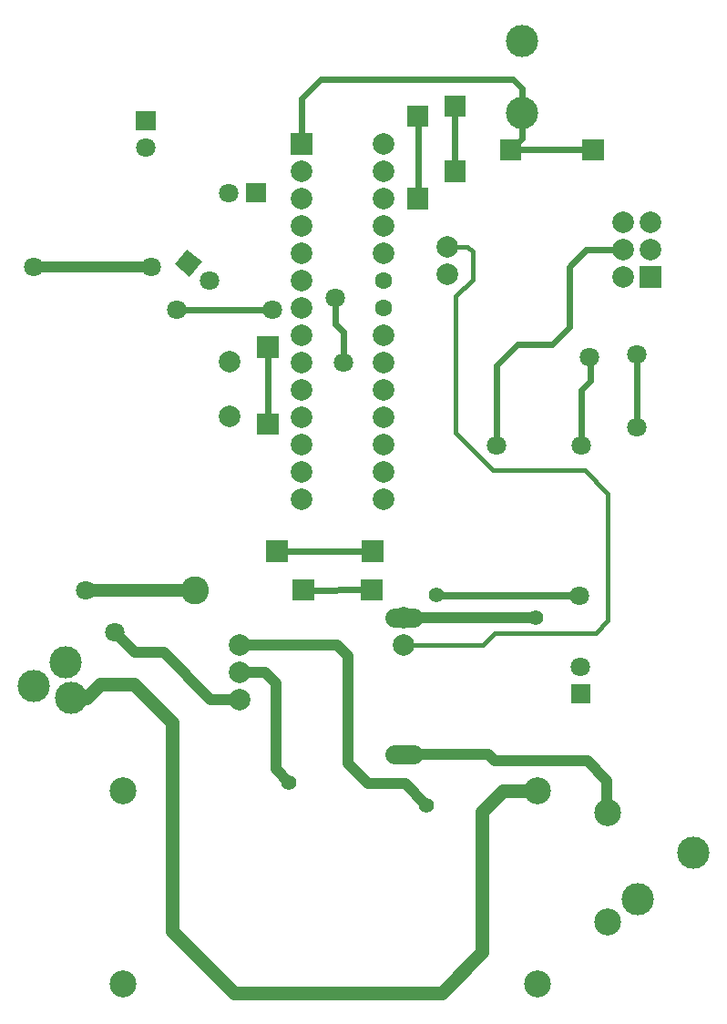
<source format=gbr>
%FSLAX34Y34*%
%MOMM*%
%LNCOPPER_TOP*%
G71*
G01*
%ADD10C, 2.00*%
%ADD11C, 1.60*%
%ADD12C, 0.60*%
%ADD13C, 2.00*%
%ADD14C, 2.50*%
%ADD15C, 3.00*%
%ADD16C, 2.00*%
%ADD17C, 2.00*%
%ADD18C, 1.80*%
%ADD19C, 0.70*%
%ADD20C, 2.60*%
%ADD21C, 1.00*%
%ADD22C, 2.50*%
%ADD23C, 1.80*%
%ADD24C, 3.00*%
%ADD25C, 1.80*%
%ADD26C, 1.40*%
%ADD27C, 1.20*%
%ADD28C, 0.40*%
%ADD29C, 1.30*%
%LPD*%
G36*
X-649000Y233881D02*
X-629000Y233881D01*
X-629000Y213881D01*
X-649000Y213881D01*
X-649000Y233881D01*
G37*
X-639000Y198481D02*
G54D10*
D03*
X-639000Y173081D02*
G54D10*
D03*
X-639000Y147681D02*
G54D10*
D03*
X-562800Y223881D02*
G54D10*
D03*
X-562800Y198481D02*
G54D10*
D03*
X-562800Y173081D02*
G54D10*
D03*
X-562800Y147681D02*
G54D10*
D03*
X-639000Y122281D02*
G54D10*
D03*
X-562800Y122281D02*
G54D10*
D03*
X-639000Y96881D02*
G54D10*
D03*
X-639000Y71481D02*
G54D10*
D03*
X-562800Y96881D02*
G54D11*
D03*
X-562800Y71481D02*
G54D11*
D03*
X-639000Y46081D02*
G54D10*
D03*
X-562800Y46081D02*
G54D10*
D03*
X-639000Y20681D02*
G54D10*
D03*
X-562800Y20681D02*
G54D10*
D03*
X-639000Y-4719D02*
G54D10*
D03*
X-562800Y-4719D02*
G54D10*
D03*
X-639000Y-30119D02*
G54D10*
D03*
X-639000Y-55519D02*
G54D10*
D03*
X-639000Y-80919D02*
G54D10*
D03*
X-639000Y-106319D02*
G54D10*
D03*
X-562800Y-30119D02*
G54D10*
D03*
X-562800Y-55519D02*
G54D10*
D03*
X-562800Y-80919D02*
G54D10*
D03*
X-562800Y-106319D02*
G54D10*
D03*
G36*
X-506491Y208481D02*
X-486491Y208481D01*
X-486491Y188481D01*
X-506491Y188481D01*
X-506491Y208481D01*
G37*
G54D12*
X-496491Y259160D02*
X-496491Y198481D01*
X-496094Y198085D01*
G54D12*
X-531019Y249634D02*
X-531019Y173081D01*
X-544034Y-241330D02*
G54D13*
D03*
X-544034Y-215930D02*
G54D13*
D03*
X-696428Y-292099D02*
G54D13*
D03*
X-696428Y-266699D02*
G54D13*
D03*
X-696428Y-241299D02*
G54D13*
D03*
G36*
X-506491Y269160D02*
X-486491Y269160D01*
X-486491Y249160D01*
X-506491Y249160D01*
X-506491Y269160D01*
G37*
G36*
X-541019Y183081D02*
X-521019Y183081D01*
X-521019Y163081D01*
X-541019Y163081D01*
X-541019Y183081D01*
G37*
G36*
X-541019Y259634D02*
X-521019Y259634D01*
X-521019Y239634D01*
X-541019Y239634D01*
X-541019Y259634D01*
G37*
X-804822Y-377400D02*
G54D14*
D03*
X-419853Y-377400D02*
G54D14*
D03*
X-419922Y-556378D02*
G54D14*
D03*
X-804822Y-556378D02*
G54D14*
D03*
X-326266Y-477547D02*
G54D15*
D03*
X-274941Y-434481D02*
G54D15*
D03*
X-340121Y125811D02*
G54D16*
D03*
X-314721Y125811D02*
G54D16*
D03*
G36*
X-304721Y110411D02*
X-304721Y90411D01*
X-324721Y90411D01*
X-324721Y110411D01*
X-304721Y110411D01*
G37*
X-340121Y100311D02*
G54D16*
D03*
X-340021Y151211D02*
G54D16*
D03*
X-314721Y151211D02*
G54D16*
D03*
G54D12*
X-327818Y28576D02*
X-327818Y-39247D01*
G54D12*
X-666155Y70092D02*
X-754658Y70092D01*
X-503555Y128647D02*
G54D17*
D03*
X-503555Y103247D02*
G54D17*
D03*
G36*
X-434699Y228524D02*
X-434699Y208524D01*
X-454699Y208524D01*
X-454699Y228524D01*
X-434699Y228524D01*
G37*
G36*
X-358102Y228524D02*
X-358102Y208524D01*
X-378102Y208524D01*
X-378102Y228524D01*
X-358102Y228524D01*
G37*
G54D12*
X-368102Y218524D02*
X-444699Y218524D01*
X-705941Y21531D02*
G54D17*
D03*
X-705941Y-29469D02*
G54D17*
D03*
G36*
X-660521Y45167D02*
X-660521Y25167D01*
X-680521Y25167D01*
X-680521Y45167D01*
X-660521Y45167D01*
G37*
G36*
X-660521Y-26270D02*
X-660521Y-46270D01*
X-680521Y-46270D01*
X-680521Y-26270D01*
X-660521Y-26270D01*
G37*
G54D12*
X-670521Y-36270D02*
X-670521Y35167D01*
X-371078Y25797D02*
G54D18*
D03*
G54D19*
X-380604Y-195616D02*
X-513160Y-195615D01*
X-738188Y-191294D02*
G54D20*
D03*
G36*
X-583088Y-144737D02*
X-563088Y-144737D01*
X-563088Y-164737D01*
X-583088Y-164737D01*
X-583088Y-144737D01*
G37*
G54D12*
X-573088Y-154737D02*
X-661988Y-154737D01*
G36*
X-647381Y-180500D02*
X-627381Y-180500D01*
X-627381Y-200500D01*
X-647381Y-200500D01*
X-647381Y-180500D01*
G37*
G36*
X-583881Y-180500D02*
X-563881Y-180500D01*
X-563881Y-200500D01*
X-583881Y-200500D01*
X-583881Y-180500D01*
G37*
G54D12*
X-573881Y-190103D02*
X-637381Y-190500D01*
G36*
X-671988Y-144737D02*
X-651988Y-144737D01*
X-651988Y-164737D01*
X-671988Y-164737D01*
X-671988Y-144737D01*
G37*
X-783829Y220266D02*
G54D18*
D03*
G36*
X-792829Y236666D02*
X-792829Y254666D01*
X-774829Y254666D01*
X-774829Y236666D01*
X-792829Y236666D01*
G37*
G54D21*
X-778471Y109779D02*
X-888008Y109780D01*
X-706836Y178595D02*
G54D18*
D03*
G36*
X-690436Y187595D02*
X-672436Y187595D01*
X-672436Y169595D01*
X-690436Y169595D01*
X-690436Y187595D01*
G37*
X-354806Y-397272D02*
G54D22*
D03*
X-354806Y-498872D02*
G54D22*
D03*
X-379675Y-261683D02*
G54D23*
D03*
G36*
X-388675Y-296083D02*
X-388675Y-278083D01*
X-370675Y-278083D01*
X-370675Y-296083D01*
X-388675Y-296083D01*
G37*
X-858441Y-257572D02*
G54D24*
D03*
X-888206Y-279400D02*
G54D24*
D03*
G54D25*
X-553030Y-342930D02*
X-535030Y-342930D01*
G54D25*
X-553034Y-215930D02*
X-535034Y-215930D01*
G54D12*
X-379413Y-56312D02*
X-379413Y-4763D01*
X-370681Y3969D01*
X-370681Y25400D01*
X-371078Y25797D01*
G54D12*
X-607616Y81006D02*
X-607616Y56357D01*
X-600472Y49212D01*
X-600472Y21475D01*
X-600075Y21078D01*
G54D12*
X-457597Y-55916D02*
X-457597Y18257D01*
X-438150Y37703D01*
X-406003Y37703D01*
X-390128Y53578D01*
X-390128Y109934D01*
X-374650Y125412D01*
X-340520Y125412D01*
X-340121Y125811D01*
X-327818Y28576D02*
G54D18*
D03*
X-327818Y-39247D02*
G54D18*
D03*
X-379413Y-56312D02*
G54D18*
D03*
X-457597Y-55916D02*
G54D18*
D03*
X-380604Y-195616D02*
G54D18*
D03*
X-754658Y70092D02*
G54D18*
D03*
X-888008Y109780D02*
G54D18*
D03*
X-778471Y109779D02*
G54D18*
D03*
X-666155Y70092D02*
G54D18*
D03*
X-607616Y81006D02*
G54D18*
D03*
X-600075Y21078D02*
G54D18*
D03*
G54D21*
X-544030Y-342930D02*
X-465901Y-342930D01*
X-459184Y-349647D01*
X-373062Y-349647D01*
X-355203Y-367506D01*
X-355203Y-396875D01*
X-354806Y-397272D01*
X-812403Y-229791D02*
G54D18*
D03*
G54D21*
X-696428Y-266699D02*
X-673101Y-266699D01*
X-662781Y-277019D01*
X-662781Y-357188D01*
X-650478Y-369491D01*
X-650478Y-369491D02*
G54D26*
D03*
G54D21*
X-696428Y-241299D02*
X-606426Y-241299D01*
X-596106Y-251619D01*
X-596106Y-351631D01*
X-577056Y-370681D01*
X-542925Y-370681D01*
X-522684Y-390922D01*
X-522684Y-390922D02*
G54D26*
D03*
X-853281Y-290909D02*
G54D24*
D03*
X-724873Y96918D02*
G54D23*
D03*
G36*
X-745440Y125924D02*
X-731651Y114354D01*
X-743222Y100565D01*
X-757010Y112135D01*
X-745440Y125924D01*
G37*
G54D27*
X-738188Y-191294D02*
X-839391Y-191294D01*
X-839788Y-190897D01*
X-839788Y-190897D02*
G54D18*
D03*
G54D28*
X-503555Y128647D02*
X-485041Y128647D01*
X-480219Y123825D01*
X-480219Y98028D01*
X-495697Y82550D01*
X-495697Y-44847D01*
X-461169Y-79375D01*
X-375841Y-79375D01*
X-354409Y-100806D01*
X-354409Y-219075D01*
X-365919Y-230584D01*
X-459581Y-230584D01*
X-470694Y-241697D01*
X-543668Y-241697D01*
X-544034Y-241330D01*
G54D21*
X-544034Y-215930D02*
X-421512Y-215930D01*
X-421481Y-215900D01*
X-421481Y-215900D02*
G54D26*
D03*
X-513556Y-195218D02*
G54D26*
D03*
G54D21*
X-812403Y-229791D02*
X-793750Y-248444D01*
X-767159Y-248444D01*
X-723504Y-292099D01*
X-696428Y-292099D01*
G54D29*
X-853281Y-290909D02*
X-838597Y-290909D01*
X-825897Y-278209D01*
X-794941Y-278209D01*
X-759222Y-313928D01*
X-759222Y-507603D01*
X-702072Y-564753D01*
X-508794Y-564753D01*
X-471091Y-527050D01*
X-471091Y-396478D01*
X-452012Y-377400D01*
X-419853Y-377400D01*
X-434344Y253044D02*
G54D15*
D03*
X-434344Y320044D02*
G54D15*
D03*
G54D12*
X-639000Y223881D02*
X-639000Y266272D01*
X-621506Y283766D01*
X-442516Y283766D01*
X-434181Y275431D01*
X-434181Y253208D01*
X-434344Y253044D01*
G54D12*
X-434344Y253044D02*
X-434344Y228878D01*
X-444699Y218524D01*
M02*

</source>
